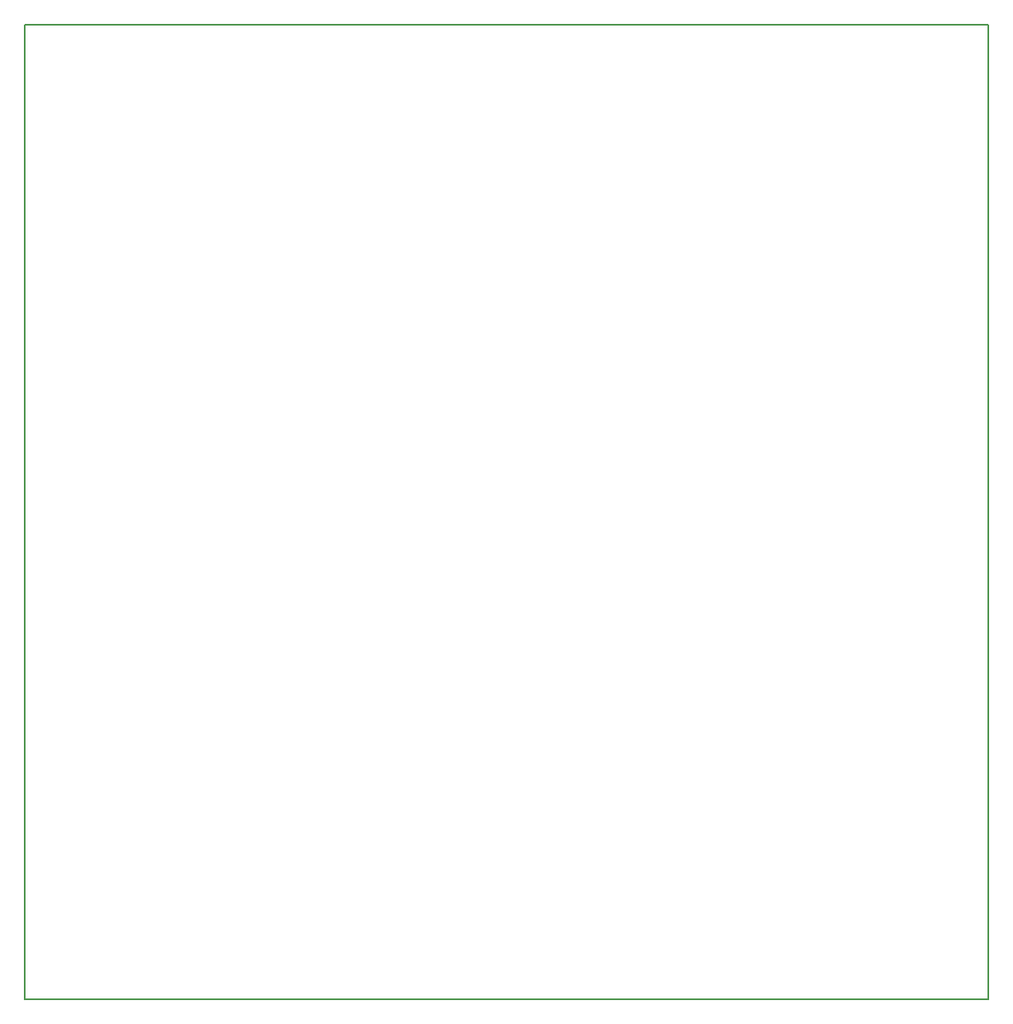
<source format=gbr>
G04 #@! TF.GenerationSoftware,KiCad,Pcbnew,5.0.2+dfsg1-1~bpo9+1*
G04 #@! TF.CreationDate,2020-01-01T01:09:12-05:00*
G04 #@! TF.ProjectId,UCCTest,55434354-6573-4742-9e6b-696361645f70,rev?*
G04 #@! TF.SameCoordinates,Original*
G04 #@! TF.FileFunction,Profile,NP*
%FSLAX46Y46*%
G04 Gerber Fmt 4.6, Leading zero omitted, Abs format (unit mm)*
G04 Created by KiCad (PCBNEW 5.0.2+dfsg1-1~bpo9+1) date Wed 01 Jan 2020 01:09:12 AM EST*
%MOMM*%
%LPD*%
G01*
G04 APERTURE LIST*
%ADD10C,0.150000*%
G04 APERTURE END LIST*
D10*
X25000000Y-182000000D02*
X25000000Y-132000000D01*
X124000000Y-132000000D02*
X124000000Y-182000000D01*
X124000000Y-182000000D02*
X25000000Y-182000000D01*
X124000000Y-82000000D02*
X124000000Y-132000000D01*
X25000000Y-82000000D02*
X124000000Y-82000000D01*
X25000000Y-132000000D02*
X25000000Y-82000000D01*
M02*

</source>
